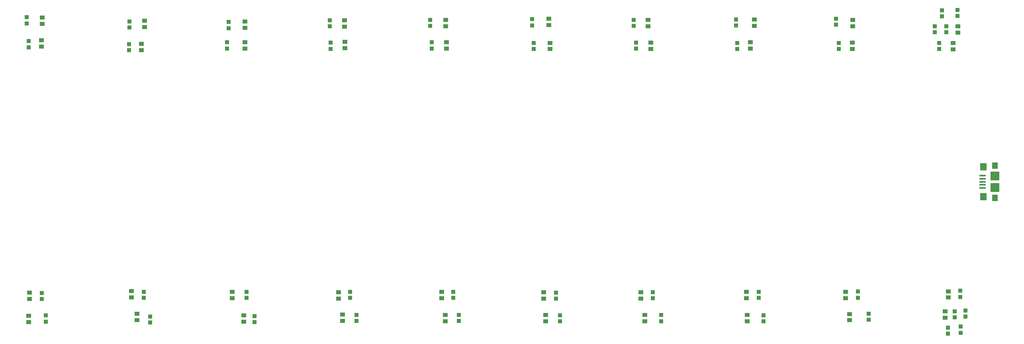
<source format=gbr>
%TF.GenerationSoftware,Altium Limited,Altium Designer,18.1.9 (240)*%
G04 Layer_Color=128*
%FSLAX26Y26*%
%MOIN*%
%TF.FileFunction,Paste,Bot*%
%TF.Part,Single*%
G01*
G75*
%TA.AperFunction,SMDPad,CuDef*%
%ADD18R,0.037402X0.033465*%
%ADD23R,0.039370X0.035433*%
%ADD45R,0.074803X0.074803*%
%TA.AperFunction,ConnectorPad*%
%ADD46R,0.051181X0.057087*%
%ADD47R,0.055118X0.062992*%
%ADD48R,0.053150X0.015748*%
D18*
X1443000Y4860591D02*
D03*
Y4809409D02*
D03*
X1460000Y4609409D02*
D03*
Y4660591D02*
D03*
X2302000Y4826591D02*
D03*
Y4775409D02*
D03*
X2299000Y4583409D02*
D03*
Y4634591D02*
D03*
X3134000Y4820591D02*
D03*
Y4769409D02*
D03*
X3121000Y4599409D02*
D03*
Y4650591D02*
D03*
X3981000Y4835591D02*
D03*
Y4784409D02*
D03*
X3987000Y4596409D02*
D03*
Y4647591D02*
D03*
X4820000Y4838591D02*
D03*
Y4787409D02*
D03*
X4835000Y4599409D02*
D03*
Y4650591D02*
D03*
X5675000Y4843591D02*
D03*
Y4792409D02*
D03*
X5687000Y4594819D02*
D03*
Y4646000D02*
D03*
X6522000Y4838591D02*
D03*
Y4787409D02*
D03*
X6545000Y4597819D02*
D03*
Y4649000D02*
D03*
X7381000Y4841591D02*
D03*
Y4790409D02*
D03*
X7391000Y4595409D02*
D03*
Y4646591D02*
D03*
X8218000Y4848591D02*
D03*
Y4797409D02*
D03*
X8240000Y4595409D02*
D03*
Y4646591D02*
D03*
X9139000Y4786591D02*
D03*
Y4735409D02*
D03*
X9233000Y4921591D02*
D03*
Y4870409D02*
D03*
X8489000Y2327409D02*
D03*
Y2378590D02*
D03*
X8401000Y2563591D02*
D03*
Y2512410D02*
D03*
X7610000Y2314409D02*
D03*
Y2365590D02*
D03*
X7569000Y2561591D02*
D03*
Y2510410D02*
D03*
X6752000Y2316409D02*
D03*
Y2367590D02*
D03*
X6685000Y2559591D02*
D03*
Y2508410D02*
D03*
X5906000Y2313409D02*
D03*
Y2364590D02*
D03*
X5875000Y2554591D02*
D03*
Y2503410D02*
D03*
X5061000Y2317409D02*
D03*
Y2368590D02*
D03*
X5012000Y2562591D02*
D03*
Y2511410D02*
D03*
X4202000Y2317409D02*
D03*
Y2368590D02*
D03*
X4150000Y2561591D02*
D03*
Y2510410D02*
D03*
X3350000Y2307409D02*
D03*
Y2358590D02*
D03*
X3283000Y2562591D02*
D03*
Y2511410D02*
D03*
X2425000Y2561591D02*
D03*
Y2510410D02*
D03*
X2477000Y2304409D02*
D03*
Y2355590D02*
D03*
X1569000Y2552591D02*
D03*
Y2501410D02*
D03*
X1602000Y2312409D02*
D03*
Y2363590D02*
D03*
X9079000Y4594000D02*
D03*
Y4645181D02*
D03*
X9045000Y4786591D02*
D03*
Y4735409D02*
D03*
X9102000Y4918591D02*
D03*
Y4867409D02*
D03*
X9209000Y2348409D02*
D03*
Y2399590D02*
D03*
X9299000Y2353409D02*
D03*
Y2404590D02*
D03*
X9256000Y2570591D02*
D03*
Y2519410D02*
D03*
X9261000Y2219819D02*
D03*
Y2271000D02*
D03*
X9153000Y2210409D02*
D03*
Y2261590D02*
D03*
D23*
X1574000Y4804425D02*
D03*
Y4857575D02*
D03*
X1566000Y4669575D02*
D03*
Y4616425D02*
D03*
X2431000Y4778425D02*
D03*
Y4831575D02*
D03*
X2403000Y4638575D02*
D03*
Y4585425D02*
D03*
X3270000Y4772425D02*
D03*
Y4825575D02*
D03*
Y4650575D02*
D03*
Y4597425D02*
D03*
X4105000Y4780425D02*
D03*
Y4833575D02*
D03*
X4107000Y4653575D02*
D03*
Y4600425D02*
D03*
X4951000Y4785425D02*
D03*
Y4838575D02*
D03*
X4957000Y4650575D02*
D03*
Y4597425D02*
D03*
X5813000Y4794016D02*
D03*
Y4847165D02*
D03*
X5823000Y4646575D02*
D03*
Y4593425D02*
D03*
X6645000Y4784425D02*
D03*
Y4837575D02*
D03*
X6666000Y4649575D02*
D03*
Y4596425D02*
D03*
X7533000Y4790000D02*
D03*
Y4843150D02*
D03*
X7501000Y4651000D02*
D03*
Y4597850D02*
D03*
X8357000Y4786425D02*
D03*
Y4839575D02*
D03*
X8354000Y4649000D02*
D03*
Y4595850D02*
D03*
X9238000Y4732425D02*
D03*
Y4785575D02*
D03*
X9198000Y4645575D02*
D03*
Y4592425D02*
D03*
X9129000Y2399575D02*
D03*
Y2346425D02*
D03*
X8331000Y2376575D02*
D03*
Y2323425D02*
D03*
X8297000Y2507425D02*
D03*
Y2560575D02*
D03*
X7473000Y2367575D02*
D03*
Y2314425D02*
D03*
X7466000Y2509425D02*
D03*
Y2562575D02*
D03*
X6618000Y2368575D02*
D03*
Y2315425D02*
D03*
X6585000Y2506425D02*
D03*
Y2559575D02*
D03*
X5787000Y2369575D02*
D03*
Y2316425D02*
D03*
X5771000Y2504425D02*
D03*
Y2557575D02*
D03*
X4946000Y2369575D02*
D03*
Y2316425D02*
D03*
X4917000Y2508425D02*
D03*
Y2561575D02*
D03*
X4087000Y2370575D02*
D03*
Y2317425D02*
D03*
X4053000Y2505425D02*
D03*
Y2558575D02*
D03*
X3261000Y2365575D02*
D03*
Y2312425D02*
D03*
X3165000Y2507850D02*
D03*
Y2561000D02*
D03*
X2320000Y2514425D02*
D03*
Y2567575D02*
D03*
X2366000Y2379575D02*
D03*
Y2326425D02*
D03*
X1468000Y2501425D02*
D03*
Y2554575D02*
D03*
X1460000Y2362575D02*
D03*
Y2309425D02*
D03*
X9156000Y2513425D02*
D03*
Y2566575D02*
D03*
D45*
X9548000Y3436000D02*
D03*
Y3530488D02*
D03*
D46*
Y3348402D02*
D03*
Y3618087D02*
D03*
D47*
X9451543Y3357260D02*
D03*
Y3609228D02*
D03*
D48*
X9442685Y3432063D02*
D03*
Y3457653D02*
D03*
Y3483244D02*
D03*
Y3508835D02*
D03*
Y3534425D02*
D03*
%TF.MD5,da2a2c7678a5e959c56a63150638e457*%
M02*

</source>
